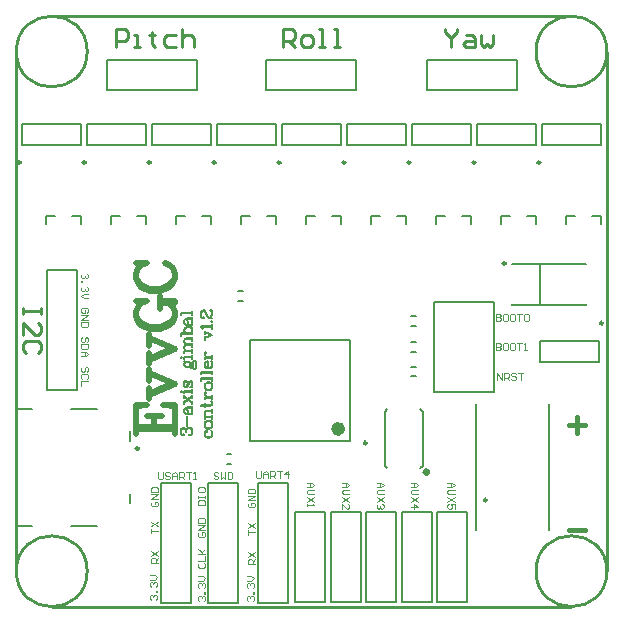
<source format=gto>
%FSLAX43Y43*%
%MOMM*%
G71*
G01*
G75*
G04 Layer_Color=65535*
%ADD10R,0.900X1.000*%
%ADD11R,2.500X2.000*%
%ADD12R,2.300X0.500*%
%ADD13R,2.600X2.200*%
%ADD14R,0.900X1.400*%
%ADD15R,1.100X1.400*%
%ADD16O,0.600X2.200*%
%ADD17R,0.600X1.300*%
%ADD18R,1.400X1.100*%
G04:AMPARAMS|DCode=19|XSize=1.7mm|YSize=2.2mm|CornerRadius=0.043mm|HoleSize=0mm|Usage=FLASHONLY|Rotation=90.000|XOffset=0mm|YOffset=0mm|HoleType=Round|Shape=RoundedRectangle|*
%AMROUNDEDRECTD19*
21,1,1.700,2.115,0,0,90.0*
21,1,1.615,2.200,0,0,90.0*
1,1,0.085,1.058,0.808*
1,1,0.085,1.058,-0.808*
1,1,0.085,-1.058,-0.808*
1,1,0.085,-1.058,0.808*
%
%ADD19ROUNDEDRECTD19*%
%ADD20O,1.800X0.300*%
%ADD21O,0.300X1.800*%
%ADD22R,1.400X0.900*%
%ADD23R,1.000X2.100*%
%ADD24R,5.400X6.200*%
%ADD25C,0.254*%
%ADD26C,0.500*%
%ADD27C,1.000*%
%ADD28C,2.000*%
%ADD29C,0.600*%
%ADD30R,1.500X1.500*%
%ADD31C,1.500*%
%ADD32R,3.000X3.000*%
%ADD33R,1.500X1.500*%
%ADD34C,1.524*%
%ADD35C,1.270*%
%ADD36C,1.100*%
%ADD37C,1.000*%
%ADD38R,1.000X0.900*%
%ADD39C,0.250*%
%ADD40C,0.600*%
%ADD41C,0.200*%
%ADD42C,0.100*%
%ADD43C,0.400*%
D25*
X6000Y3000D02*
G03*
X6000Y3000I-3000J0D01*
G01*
X50000D02*
G03*
X50000Y3000I-3000J0D01*
G01*
Y47000D02*
G03*
X50000Y47000I-3000J0D01*
G01*
X6000D02*
G03*
X6000Y47000I-3000J0D01*
G01*
X3000Y50000D02*
X47000D01*
X0Y3000D02*
Y47000D01*
X50000Y3000D02*
Y47000D01*
X3000Y0D02*
X47000D01*
X2124Y25300D02*
Y24792D01*
Y25046D01*
X600D01*
Y25300D01*
Y24792D01*
Y23015D02*
Y24030D01*
X1616Y23015D01*
X1870D01*
X2124Y23269D01*
Y23776D01*
X1870Y24030D01*
Y21491D02*
X2124Y21745D01*
Y22253D01*
X1870Y22507D01*
X854D01*
X600Y22253D01*
Y21745D01*
X854Y21491D01*
X36300Y48924D02*
Y48670D01*
X36808Y48162D01*
X37316Y48670D01*
Y48924D01*
X36808Y48162D02*
Y47400D01*
X38077Y48416D02*
X38585D01*
X38839Y48162D01*
Y47400D01*
X38077D01*
X37824Y47654D01*
X38077Y47908D01*
X38839D01*
X39347Y48416D02*
Y47654D01*
X39601Y47400D01*
X39855Y47654D01*
X40109Y47400D01*
X40363Y47654D01*
Y48416D01*
X22600Y47400D02*
Y48924D01*
X23362D01*
X23616Y48670D01*
Y48162D01*
X23362Y47908D01*
X22600D01*
X23108D02*
X23616Y47400D01*
X24377D02*
X24885D01*
X25139Y47654D01*
Y48162D01*
X24885Y48416D01*
X24377D01*
X24124Y48162D01*
Y47654D01*
X24377Y47400D01*
X25647D02*
X26155D01*
X25901D01*
Y48924D01*
X25647D01*
X26917Y47400D02*
X27424D01*
X27171D01*
Y48924D01*
X26917D01*
X8400Y47400D02*
Y48924D01*
X9162D01*
X9416Y48670D01*
Y48162D01*
X9162Y47908D01*
X8400D01*
X9924Y47400D02*
X10431D01*
X10177D01*
Y48416D01*
X9924D01*
X11447Y48670D02*
Y48416D01*
X11193D01*
X11701D01*
X11447D01*
Y47654D01*
X11701Y47400D01*
X13478Y48416D02*
X12717D01*
X12463Y48162D01*
Y47654D01*
X12717Y47400D01*
X13478D01*
X13986Y48924D02*
Y47400D01*
Y48162D01*
X14240Y48416D01*
X14748D01*
X15002Y48162D01*
Y47400D01*
D26*
X34800Y11400D02*
G03*
X34800Y11400I-100J0D01*
G01*
X10101Y15071D02*
X13400D01*
X10101Y15228D02*
X13400D01*
X11043Y16171D02*
X12300D01*
X10101Y14600D02*
Y17114D01*
X11043D01*
X10101Y16957D01*
X11672Y15228D02*
Y16171D01*
X13400Y14600D02*
Y17114D01*
X12457D01*
X13400Y16957D01*
X11200Y17884D02*
X13400Y18826D01*
X11200Y18041D02*
X13086Y18826D01*
X11200Y19769D02*
X13400Y18826D01*
X11200Y17569D02*
Y18512D01*
Y19140D02*
Y20083D01*
Y20853D02*
X13400Y21796D01*
X11200Y21010D02*
X13086Y21796D01*
X11200Y22738D02*
X13400Y21796D01*
X11200Y20539D02*
Y21481D01*
Y22110D02*
Y23052D01*
X10572Y25708D02*
X11043Y25865D01*
X10101D01*
X10572Y25708D01*
X10258Y25393D01*
X10101Y24922D01*
Y24608D01*
X10258Y24137D01*
X10572Y23822D01*
X10886Y23665D01*
X11358Y23508D01*
X12143D01*
X12614Y23665D01*
X12929Y23822D01*
X13243Y24137D01*
X13400Y24608D01*
Y24922D01*
X13243Y25393D01*
X12929Y25708D01*
X10101Y24608D02*
X10258Y24294D01*
X10572Y23979D01*
X10886Y23822D01*
X11358Y23665D01*
X12143D01*
X12614Y23822D01*
X12929Y23979D01*
X13243Y24294D01*
X13400Y24608D01*
X12143Y25708D02*
X13400D01*
X12143Y25865D02*
X13400D01*
X12143Y25236D02*
Y26336D01*
X10572Y28960D02*
X11043Y29117D01*
X10101D01*
X10572Y28960D01*
X10258Y28646D01*
X10101Y28174D01*
Y27860D01*
X10258Y27389D01*
X10572Y27074D01*
X10886Y26917D01*
X11358Y26760D01*
X12143D01*
X12614Y26917D01*
X12929Y27074D01*
X13243Y27389D01*
X13400Y27860D01*
Y28174D01*
X13243Y28646D01*
X12929Y28960D01*
X12614Y29117D01*
X10101Y27860D02*
X10258Y27546D01*
X10572Y27232D01*
X10886Y27074D01*
X11358Y26917D01*
X12143D01*
X12614Y27074D01*
X12929Y27232D01*
X13243Y27546D01*
X13400Y27860D01*
D39*
X10375Y13400D02*
G03*
X10375Y13400I-125J0D01*
G01*
X41425Y29050D02*
G03*
X41425Y29050I-125J0D01*
G01*
X44370Y37600D02*
G03*
X44370Y37600I-125J0D01*
G01*
X38870D02*
G03*
X38870Y37600I-125J0D01*
G01*
X33370D02*
G03*
X33370Y37600I-125J0D01*
G01*
X27870D02*
G03*
X27870Y37600I-125J0D01*
G01*
X5870D02*
G03*
X5870Y37600I-125J0D01*
G01*
X22370D02*
G03*
X22370Y37600I-125J0D01*
G01*
X370D02*
G03*
X370Y37600I-125J0D01*
G01*
X29675Y13850D02*
G03*
X29675Y13850I-125J0D01*
G01*
X16870Y37600D02*
G03*
X16870Y37600I-125J0D01*
G01*
X11370D02*
G03*
X11370Y37600I-125J0D01*
G01*
X49680Y24000D02*
G03*
X49680Y24000I-125J0D01*
G01*
X39840Y9025D02*
G03*
X39840Y9025I-125J0D01*
G01*
D40*
X27550Y15050D02*
G03*
X27550Y15050I-300J0D01*
G01*
D41*
X17800Y12900D02*
X18200D01*
X17800Y12100D02*
X18200D01*
X0Y6850D02*
Y16750D01*
Y6850D02*
X1300D01*
X4600D02*
X6800D01*
X4600Y16750D02*
X6800D01*
X0D02*
X1300D01*
X9600Y8750D02*
Y9550D01*
Y14050D02*
Y14850D01*
X41950Y25550D02*
Y25600D01*
Y29000D02*
Y29050D01*
X44300Y25550D02*
Y29050D01*
X48250Y25550D02*
Y25600D01*
Y29000D02*
Y29050D01*
X41950D02*
X48250D01*
X41950Y25550D02*
X48250D01*
X35630Y390D02*
Y8010D01*
Y390D02*
X38170D01*
Y8010D01*
X35630D02*
X38170D01*
X32630Y390D02*
Y8010D01*
Y390D02*
X35170D01*
Y8010D01*
X32630D02*
X35170D01*
X29630Y390D02*
Y8010D01*
Y390D02*
X32170D01*
Y8010D01*
X29630D02*
X32170D01*
X2630Y18330D02*
X5170D01*
X2630D02*
Y28490D01*
X5170Y18330D02*
Y28490D01*
X2630D02*
X5170D01*
X34750Y46270D02*
X42370D01*
X34750Y43730D02*
Y46270D01*
Y43730D02*
X42370D01*
Y46270D01*
X49500Y39100D02*
Y40900D01*
X44500Y39100D02*
Y40900D01*
X49500D01*
X44500Y39100D02*
X49500D01*
X48700Y33100D02*
X49500D01*
Y32400D02*
Y33100D01*
X46500D02*
X47300D01*
X46500Y32400D02*
Y33100D01*
X44000Y39100D02*
Y40900D01*
X39000Y39100D02*
Y40900D01*
X44000D01*
X39000Y39100D02*
X44000D01*
X43200Y33100D02*
X44000D01*
Y32400D02*
Y33100D01*
X41000D02*
X41800D01*
X41000Y32400D02*
Y33100D01*
X38500Y39100D02*
Y40900D01*
X33500Y39100D02*
Y40900D01*
X38500D01*
X33500Y39100D02*
X38500D01*
X37700Y33100D02*
X38500D01*
Y32400D02*
Y33100D01*
X35500D02*
X36300D01*
X35500Y32400D02*
Y33100D01*
X16230Y10470D02*
X18770D01*
Y310D02*
Y10470D01*
X16230Y310D02*
Y10470D01*
Y310D02*
X18770D01*
X33000Y39100D02*
Y40900D01*
X28000Y39100D02*
Y40900D01*
X33000D01*
X28000Y39100D02*
X33000D01*
X15700Y33100D02*
X16500D01*
Y32400D02*
Y33100D01*
X13500D02*
X14300D01*
X13500Y32400D02*
Y33100D01*
X32200D02*
X33000D01*
Y32400D02*
Y33100D01*
X30000D02*
X30800D01*
X30000Y32400D02*
Y33100D01*
X31200Y11900D02*
X31400Y11700D01*
X31200Y11900D02*
Y16500D01*
X31400Y16700D01*
X34200D02*
X34400Y16500D01*
Y11900D02*
Y16500D01*
X34200Y11700D02*
X34400Y11900D01*
X11000Y39100D02*
Y40900D01*
X6000Y39100D02*
Y40900D01*
X11000D01*
X6000Y39100D02*
X11000D01*
X27500D02*
Y40900D01*
X22500Y39100D02*
Y40900D01*
X27500D01*
X22500Y39100D02*
X27500D01*
X10200Y33100D02*
X11000D01*
Y32400D02*
Y33100D01*
X8000D02*
X8800D01*
X8000Y32400D02*
Y33100D01*
X26700D02*
X27500D01*
Y32400D02*
Y33100D01*
X24500D02*
X25300D01*
X24500Y32400D02*
Y33100D01*
X5500Y39100D02*
Y40900D01*
X500Y39100D02*
Y40900D01*
X5500D01*
X500Y39100D02*
X5500D01*
X4700Y33100D02*
X5500D01*
Y32400D02*
Y33100D01*
X2500D02*
X3300D01*
X2500Y32400D02*
Y33100D01*
X21200D02*
X22000D01*
Y32400D02*
Y33100D01*
X19000D02*
X19800D01*
X19000Y32400D02*
Y33100D01*
X33400Y24600D02*
X33800D01*
X33400Y23800D02*
X33800D01*
X18800Y26700D02*
X19200D01*
X18800Y25900D02*
X19200D01*
X28250Y14050D02*
X28250Y22550D01*
X19750Y14050D02*
Y22550D01*
Y14050D02*
X28250D01*
X19750Y22550D02*
X28250Y22550D01*
X21150Y46270D02*
X28770D01*
X21150Y43730D02*
Y46270D01*
Y43730D02*
X28770D01*
Y46270D01*
X7650D02*
X15270D01*
X7650Y43730D02*
Y46270D01*
Y43730D02*
X15270D01*
Y46270D01*
X22000Y39100D02*
Y40900D01*
X17000Y39100D02*
Y40900D01*
X22000D01*
X17000Y39100D02*
X22000D01*
X16500D02*
Y40900D01*
X11500Y39100D02*
Y40900D01*
X16500D01*
X11500Y39100D02*
X16500D01*
X35330Y18150D02*
Y23018D01*
Y18150D02*
Y25770D01*
X40410Y18150D02*
Y25770D01*
X35330D02*
X40410D01*
X35330Y18150D02*
X40410D01*
X33400Y20300D02*
X33800D01*
X33400Y19500D02*
X33800D01*
X33400Y22400D02*
X33800D01*
X33400Y21600D02*
X33800D01*
X20430Y310D02*
X22970D01*
X20430D02*
Y10470D01*
X22970Y310D02*
Y10470D01*
X20430D02*
X22970D01*
X23630Y8010D02*
X26170D01*
Y390D02*
Y8010D01*
X23630Y390D02*
X26170D01*
X23630D02*
Y8010D01*
X26630D02*
X29170D01*
Y390D02*
Y8010D01*
X26630Y390D02*
X29170D01*
X26630D02*
Y8010D01*
X12230Y310D02*
X14770D01*
X12230D02*
Y10470D01*
X14770Y310D02*
Y10470D01*
X12230D02*
X14770D01*
X44300Y22500D02*
X49300D01*
X44300Y20700D02*
X49300D01*
Y22500D01*
X44300Y20700D02*
Y22500D01*
X45085Y6475D02*
Y17175D01*
X38915Y6475D02*
Y17175D01*
X16076Y14871D02*
X16124Y14824D01*
X16172Y14871D01*
X16124Y14919D01*
X16076D01*
X15981Y14824D01*
X15933Y14728D01*
Y14586D01*
X15981Y14443D01*
X16076Y14348D01*
X16219Y14300D01*
X16314D01*
X16457Y14348D01*
X16552Y14443D01*
X16600Y14586D01*
Y14681D01*
X16552Y14824D01*
X16457Y14919D01*
X15933Y14586D02*
X15981Y14490D01*
X16076Y14395D01*
X16219Y14348D01*
X16314D01*
X16457Y14395D01*
X16552Y14490D01*
X16600Y14586D01*
X15933Y15357D02*
X15981Y15214D01*
X16076Y15119D01*
X16219Y15071D01*
X16314D01*
X16457Y15119D01*
X16552Y15214D01*
X16600Y15357D01*
Y15452D01*
X16552Y15595D01*
X16457Y15690D01*
X16314Y15738D01*
X16219D01*
X16076Y15690D01*
X15981Y15595D01*
X15933Y15452D01*
Y15357D01*
X15981Y15262D01*
X16076Y15166D01*
X16219Y15119D01*
X16314D01*
X16457Y15166D01*
X16552Y15262D01*
X16600Y15357D01*
Y15452D02*
X16552Y15547D01*
X16457Y15643D01*
X16314Y15690D01*
X16219D01*
X16076Y15643D01*
X15981Y15547D01*
X15933Y15452D01*
Y16028D02*
X16600D01*
X15933Y16076D02*
X16600D01*
X16076D02*
X15981Y16171D01*
X15933Y16314D01*
Y16409D01*
X15981Y16552D01*
X16076Y16600D01*
X16600D01*
X15933Y16409D02*
X15981Y16504D01*
X16076Y16552D01*
X16600D01*
X15933Y15885D02*
Y16076D01*
X16600Y15885D02*
Y16219D01*
Y16409D02*
Y16742D01*
Y17157D02*
X16552Y17109D01*
X16410Y17061D01*
X15600D01*
Y17014D01*
X16410D01*
X16552Y17061D01*
X16600Y17157D01*
Y17252D01*
X16552Y17347D01*
X16457Y17395D01*
X15933Y16871D02*
Y17252D01*
Y17699D02*
X16600D01*
X15933Y17747D02*
X16600D01*
X16219D02*
X16076Y17794D01*
X15981Y17890D01*
X15933Y17985D01*
Y18128D01*
X15981Y18175D01*
X16029D01*
X16076Y18128D01*
X16029Y18080D01*
X15981Y18128D01*
X15933Y17556D02*
Y17747D01*
X16600Y17556D02*
Y17890D01*
X15933Y18613D02*
X15981Y18471D01*
X16076Y18375D01*
X16219Y18328D01*
X16314D01*
X16457Y18375D01*
X16552Y18471D01*
X16600Y18613D01*
Y18709D01*
X16552Y18851D01*
X16457Y18947D01*
X16314Y18994D01*
X16219D01*
X16076Y18947D01*
X15981Y18851D01*
X15933Y18709D01*
Y18613D01*
X15981Y18518D01*
X16076Y18423D01*
X16219Y18375D01*
X16314D01*
X16457Y18423D01*
X16552Y18518D01*
X16600Y18613D01*
Y18709D02*
X16552Y18804D01*
X16457Y18899D01*
X16314Y18947D01*
X16219D01*
X16076Y18899D01*
X15981Y18804D01*
X15933Y18709D01*
X15600Y19285D02*
X16600D01*
X15600Y19332D02*
X16600D01*
X15600Y19142D02*
Y19332D01*
X16600Y19142D02*
Y19475D01*
X15600Y19799D02*
X16600D01*
X15600Y19846D02*
X16600D01*
X15600Y19656D02*
Y19846D01*
X16600Y19656D02*
Y19989D01*
X16219Y20218D02*
Y20789D01*
X16124D01*
X16029Y20741D01*
X15981Y20694D01*
X15933Y20599D01*
Y20456D01*
X15981Y20313D01*
X16076Y20218D01*
X16219Y20170D01*
X16314D01*
X16457Y20218D01*
X16552Y20313D01*
X16600Y20456D01*
Y20551D01*
X16552Y20694D01*
X16457Y20789D01*
X16219Y20741D02*
X16076D01*
X15981Y20694D01*
X15933Y20456D02*
X15981Y20361D01*
X16076Y20265D01*
X16219Y20218D01*
X16314D01*
X16457Y20265D01*
X16552Y20361D01*
X16600Y20456D01*
X15933Y21084D02*
X16600D01*
X15933Y21132D02*
X16600D01*
X16219D02*
X16076Y21179D01*
X15981Y21275D01*
X15933Y21370D01*
Y21513D01*
X15981Y21560D01*
X16029D01*
X16076Y21513D01*
X16029Y21465D01*
X15981Y21513D01*
X15933Y20941D02*
Y21132D01*
X16600Y20941D02*
Y21275D01*
X15933Y22708D02*
X16600Y22993D01*
X15933Y22755D02*
X16505Y22993D01*
X15933Y23279D02*
X16600Y22993D01*
X15933Y22612D02*
Y22898D01*
Y23089D02*
Y23374D01*
X15791Y23512D02*
X15743Y23608D01*
X15600Y23750D01*
X16600D01*
X15648Y23703D02*
X16600D01*
Y23512D02*
Y23941D01*
X16505Y24160D02*
X16552Y24112D01*
X16600Y24160D01*
X16552Y24207D01*
X16505Y24160D01*
X15791Y24460D02*
X15838Y24507D01*
X15886Y24460D01*
X15838Y24412D01*
X15791D01*
X15695Y24460D01*
X15648Y24507D01*
X15600Y24650D01*
Y24841D01*
X15648Y24983D01*
X15695Y25031D01*
X15791Y25079D01*
X15886D01*
X15981Y25031D01*
X16076Y24888D01*
X16172Y24650D01*
X16219Y24555D01*
X16314Y24460D01*
X16457Y24412D01*
X16600D01*
X15600Y24841D02*
X15648Y24936D01*
X15695Y24983D01*
X15791Y25031D01*
X15886D01*
X15981Y24983D01*
X16076Y24841D01*
X16172Y24650D01*
X16505Y24412D02*
X16457Y24460D01*
Y24555D01*
X16552Y24793D01*
Y24936D01*
X16505Y25031D01*
X16457Y25079D01*
X16362D01*
X16457Y24555D02*
X16600Y24793D01*
Y24983D01*
X16552Y25031D01*
X16457Y25079D01*
X14091Y14548D02*
X14138Y14595D01*
X14186Y14548D01*
X14138Y14500D01*
X14091D01*
X13995Y14548D01*
X13948Y14595D01*
X13900Y14738D01*
Y14928D01*
X13948Y15071D01*
X14043Y15119D01*
X14186D01*
X14281Y15071D01*
X14329Y14928D01*
Y14786D01*
X13900Y14928D02*
X13948Y15024D01*
X14043Y15071D01*
X14186D01*
X14281Y15024D01*
X14329Y14928D01*
X14376Y15024D01*
X14472Y15119D01*
X14567Y15167D01*
X14710D01*
X14805Y15119D01*
X14852Y15071D01*
X14900Y14928D01*
Y14738D01*
X14852Y14595D01*
X14805Y14548D01*
X14710Y14500D01*
X14662D01*
X14614Y14548D01*
X14662Y14595D01*
X14710Y14548D01*
X14424Y15071D02*
X14567Y15119D01*
X14710D01*
X14805Y15071D01*
X14852Y15024D01*
X14900Y14928D01*
X14472Y15314D02*
Y16171D01*
X14329Y16395D02*
X14376D01*
Y16347D01*
X14329D01*
X14281Y16395D01*
X14233Y16490D01*
Y16680D01*
X14281Y16776D01*
X14329Y16823D01*
X14424Y16871D01*
X14757D01*
X14852Y16919D01*
X14900Y16966D01*
X14329Y16823D02*
X14757D01*
X14852Y16871D01*
X14900Y16966D01*
Y17014D01*
X14424Y16823D02*
X14472Y16776D01*
X14519Y16490D01*
X14567Y16347D01*
X14662Y16300D01*
X14757D01*
X14852Y16347D01*
X14900Y16490D01*
Y16633D01*
X14852Y16728D01*
X14757Y16823D01*
X14519Y16490D02*
X14567Y16395D01*
X14662Y16347D01*
X14757D01*
X14852Y16395D01*
X14900Y16490D01*
X14233Y17252D02*
X14900Y17775D01*
X14233Y17299D02*
X14900Y17823D01*
X14233D02*
X14900Y17252D01*
X14233Y17157D02*
Y17442D01*
Y17633D02*
Y17918D01*
X14900Y17157D02*
Y17442D01*
Y17633D02*
Y17918D01*
X13900Y18199D02*
X13948Y18152D01*
X13995Y18199D01*
X13948Y18247D01*
X13900Y18199D01*
X14233D02*
X14900D01*
X14233Y18247D02*
X14900D01*
X14233Y18056D02*
Y18247D01*
X14900Y18056D02*
Y18390D01*
X14329Y19047D02*
X14233Y19094D01*
X14424D01*
X14329Y19047D01*
X14281Y18999D01*
X14233Y18904D01*
Y18713D01*
X14281Y18618D01*
X14329Y18571D01*
X14424D01*
X14472Y18618D01*
X14519Y18713D01*
X14614Y18951D01*
X14662Y19047D01*
X14710Y19094D01*
X14376Y18571D02*
X14424Y18618D01*
X14472Y18713D01*
X14567Y18951D01*
X14614Y19047D01*
X14662Y19094D01*
X14805D01*
X14852Y19047D01*
X14900Y18951D01*
Y18761D01*
X14852Y18666D01*
X14805Y18618D01*
X14710Y18571D01*
X14900D01*
X14805Y18618D01*
X14233Y20442D02*
X14281Y20346D01*
X14329Y20299D01*
X14424Y20251D01*
X14519D01*
X14614Y20299D01*
X14662Y20346D01*
X14710Y20442D01*
Y20537D01*
X14662Y20632D01*
X14614Y20680D01*
X14519Y20727D01*
X14424D01*
X14329Y20680D01*
X14281Y20632D01*
X14233Y20537D01*
Y20442D01*
X14281Y20346D02*
X14376Y20299D01*
X14567D01*
X14662Y20346D01*
Y20632D02*
X14567Y20680D01*
X14376D01*
X14281Y20632D01*
X14329Y20680D02*
X14281Y20727D01*
X14233Y20822D01*
X14281D01*
Y20727D01*
X14614Y20299D02*
X14662Y20251D01*
X14757Y20204D01*
X14805D01*
X14900Y20251D01*
X14948Y20394D01*
Y20632D01*
X14995Y20775D01*
X15043Y20822D01*
X14805Y20204D02*
X14852Y20251D01*
X14900Y20394D01*
Y20632D01*
X14948Y20775D01*
X15043Y20822D01*
X15090D01*
X15186Y20775D01*
X15233Y20632D01*
Y20346D01*
X15186Y20204D01*
X15090Y20156D01*
X15043D01*
X14948Y20204D01*
X14900Y20346D01*
X13900Y21113D02*
X13948Y21065D01*
X13995Y21113D01*
X13948Y21160D01*
X13900Y21113D01*
X14233D02*
X14900D01*
X14233Y21160D02*
X14900D01*
X14233Y20970D02*
Y21160D01*
X14900Y20970D02*
Y21303D01*
X14233Y21627D02*
X14900D01*
X14233Y21675D02*
X14900D01*
X14376D02*
X14281Y21770D01*
X14233Y21913D01*
Y22008D01*
X14281Y22151D01*
X14376Y22198D01*
X14900D01*
X14233Y22008D02*
X14281Y22103D01*
X14376Y22151D01*
X14900D01*
X14376Y22198D02*
X14281Y22294D01*
X14233Y22436D01*
Y22532D01*
X14281Y22674D01*
X14376Y22722D01*
X14900D01*
X14233Y22532D02*
X14281Y22627D01*
X14376Y22674D01*
X14900D01*
X14233Y21484D02*
Y21675D01*
X14900Y21484D02*
Y21817D01*
Y22008D02*
Y22341D01*
Y22532D02*
Y22865D01*
X13900Y23084D02*
X14900D01*
X13900Y23131D02*
X14900D01*
X14376D02*
X14281Y23227D01*
X14233Y23322D01*
Y23417D01*
X14281Y23560D01*
X14376Y23655D01*
X14519Y23703D01*
X14614D01*
X14757Y23655D01*
X14852Y23560D01*
X14900Y23417D01*
Y23322D01*
X14852Y23227D01*
X14757Y23131D01*
X14233Y23417D02*
X14281Y23512D01*
X14376Y23608D01*
X14519Y23655D01*
X14614D01*
X14757Y23608D01*
X14852Y23512D01*
X14900Y23417D01*
X13900Y22941D02*
Y23131D01*
X14329Y23936D02*
X14376D01*
Y23888D01*
X14329D01*
X14281Y23936D01*
X14233Y24031D01*
Y24222D01*
X14281Y24317D01*
X14329Y24365D01*
X14424Y24412D01*
X14757D01*
X14852Y24460D01*
X14900Y24507D01*
X14329Y24365D02*
X14757D01*
X14852Y24412D01*
X14900Y24507D01*
Y24555D01*
X14424Y24365D02*
X14472Y24317D01*
X14519Y24031D01*
X14567Y23888D01*
X14662Y23841D01*
X14757D01*
X14852Y23888D01*
X14900Y24031D01*
Y24174D01*
X14852Y24269D01*
X14757Y24365D01*
X14519Y24031D02*
X14567Y23936D01*
X14662Y23888D01*
X14757D01*
X14852Y23936D01*
X14900Y24031D01*
X13900Y24841D02*
X14900D01*
X13900Y24888D02*
X14900D01*
X13900Y24698D02*
Y24888D01*
X14900Y24698D02*
Y25031D01*
D42*
X6000Y19900D02*
X6100Y20000D01*
Y20200D01*
X6000Y20300D01*
X5900D01*
X5800Y20200D01*
Y20000D01*
X5700Y19900D01*
X5600D01*
X5500Y20000D01*
Y20200D01*
X5600Y20300D01*
X6000Y19300D02*
X6100Y19400D01*
Y19600D01*
X6000Y19700D01*
X5600D01*
X5500Y19600D01*
Y19400D01*
X5600Y19300D01*
X6100Y19100D02*
X5500D01*
Y18701D01*
X6000Y22400D02*
X6100Y22500D01*
Y22700D01*
X6000Y22800D01*
X5900D01*
X5800Y22700D01*
Y22500D01*
X5700Y22400D01*
X5600D01*
X5500Y22500D01*
Y22700D01*
X5600Y22800D01*
X6100Y22200D02*
X5500D01*
Y21900D01*
X5600Y21800D01*
X6000D01*
X6100Y21900D01*
Y22200D01*
X5500Y21600D02*
X5900D01*
X6100Y21400D01*
X5900Y21201D01*
X5500D01*
X5800D01*
Y21600D01*
X6000Y24900D02*
X6100Y25000D01*
Y25200D01*
X6000Y25300D01*
X5600D01*
X5500Y25200D01*
Y25000D01*
X5600Y24900D01*
X5800D01*
Y25100D01*
X5500Y24700D02*
X6100D01*
X5500Y24300D01*
X6100D01*
Y24100D02*
X5500D01*
Y23800D01*
X5600Y23701D01*
X6000D01*
X6100Y23800D01*
Y24100D01*
X6000Y28200D02*
X6100Y28100D01*
Y27900D01*
X6000Y27800D01*
X5900D01*
X5800Y27900D01*
Y28000D01*
Y27900D01*
X5700Y27800D01*
X5600D01*
X5500Y27900D01*
Y28100D01*
X5600Y28200D01*
X5500Y27600D02*
X5600D01*
Y27500D01*
X5500D01*
Y27600D01*
X6000Y27100D02*
X6100Y27000D01*
Y26800D01*
X6000Y26700D01*
X5900D01*
X5800Y26800D01*
Y26900D01*
Y26800D01*
X5700Y26700D01*
X5600D01*
X5500Y26800D01*
Y27000D01*
X5600Y27100D01*
X6100Y26501D02*
X5700D01*
X5500Y26301D01*
X5700Y26101D01*
X6100D01*
X15500Y6300D02*
X15400Y6200D01*
Y6000D01*
X15500Y5900D01*
X15900D01*
X16000Y6000D01*
Y6200D01*
X15900Y6300D01*
X15700D01*
Y6100D01*
X16000Y6500D02*
X15400D01*
X16000Y6900D01*
X15400D01*
Y7100D02*
X16000D01*
Y7400D01*
X15900Y7499D01*
X15500D01*
X15400Y7400D01*
Y7100D01*
Y8600D02*
X16000D01*
Y8900D01*
X15900Y9000D01*
X15500D01*
X15400Y8900D01*
Y8600D01*
Y9200D02*
Y9400D01*
Y9300D01*
X16000D01*
Y9200D01*
Y9400D01*
X15400Y10000D02*
Y9800D01*
X15500Y9700D01*
X15900D01*
X16000Y9800D01*
Y10000D01*
X15900Y10100D01*
X15500D01*
X15400Y10000D01*
X15500Y3700D02*
X15400Y3600D01*
Y3400D01*
X15500Y3300D01*
X15900D01*
X16000Y3400D01*
Y3600D01*
X15900Y3700D01*
X15400Y3900D02*
X16000D01*
Y4300D01*
X15400Y4500D02*
X16000D01*
X15800D01*
X15400Y4899D01*
X15700Y4600D01*
X16000Y4899D01*
X15500Y500D02*
X15400Y600D01*
Y800D01*
X15500Y900D01*
X15600D01*
X15700Y800D01*
Y700D01*
Y800D01*
X15800Y900D01*
X15900D01*
X16000Y800D01*
Y600D01*
X15900Y500D01*
X16000Y1100D02*
X15900D01*
Y1200D01*
X16000D01*
Y1100D01*
X15500Y1600D02*
X15400Y1700D01*
Y1900D01*
X15500Y2000D01*
X15600D01*
X15700Y1900D01*
Y1800D01*
Y1900D01*
X15800Y2000D01*
X15900D01*
X16000Y1900D01*
Y1700D01*
X15900Y1600D01*
X15400Y2199D02*
X15800D01*
X16000Y2399D01*
X15800Y2599D01*
X15400D01*
X19600Y6100D02*
Y6500D01*
Y6300D01*
X20200D01*
X19600Y6700D02*
X20200Y7100D01*
X19600D02*
X20200Y6700D01*
X19700Y8800D02*
X19600Y8700D01*
Y8500D01*
X19700Y8400D01*
X20100D01*
X20200Y8500D01*
Y8700D01*
X20100Y8800D01*
X19900D01*
Y8600D01*
X20200Y9000D02*
X19600D01*
X20200Y9400D01*
X19600D01*
Y9600D02*
X20200D01*
Y9900D01*
X20100Y9999D01*
X19700D01*
X19600Y9900D01*
Y9600D01*
X20200Y3600D02*
X19600D01*
Y3900D01*
X19700Y4000D01*
X19900D01*
X20000Y3900D01*
Y3600D01*
Y3800D02*
X20200Y4000D01*
X19600Y4200D02*
X20200Y4600D01*
X19600D02*
X20200Y4200D01*
X19600Y500D02*
X19500Y600D01*
Y800D01*
X19600Y900D01*
X19700D01*
X19800Y800D01*
Y700D01*
Y800D01*
X19900Y900D01*
X20000D01*
X20100Y800D01*
Y600D01*
X20000Y500D01*
X20100Y1100D02*
X20000D01*
Y1200D01*
X20100D01*
Y1100D01*
X19600Y1600D02*
X19500Y1700D01*
Y1900D01*
X19600Y2000D01*
X19700D01*
X19800Y1900D01*
Y1800D01*
Y1900D01*
X19900Y2000D01*
X20000D01*
X20100Y1900D01*
Y1700D01*
X20000Y1600D01*
X19500Y2199D02*
X19900D01*
X20100Y2399D01*
X19900Y2599D01*
X19500D01*
X17100Y11300D02*
X17000Y11400D01*
X16800D01*
X16700Y11300D01*
Y11200D01*
X16800Y11100D01*
X17000D01*
X17100Y11000D01*
Y10900D01*
X17000Y10800D01*
X16800D01*
X16700Y10900D01*
X17300Y11400D02*
Y10800D01*
X17500Y11000D01*
X17700Y10800D01*
Y11400D01*
X17900D02*
Y10800D01*
X18200D01*
X18299Y10900D01*
Y11300D01*
X18200Y11400D01*
X17900D01*
X20300Y11500D02*
Y11000D01*
X20400Y10900D01*
X20600D01*
X20700Y11000D01*
Y11500D01*
X20900Y10900D02*
Y11300D01*
X21100Y11500D01*
X21300Y11300D01*
Y10900D01*
Y11200D01*
X20900D01*
X21500Y10900D02*
Y11500D01*
X21800D01*
X21899Y11400D01*
Y11200D01*
X21800Y11100D01*
X21500D01*
X21700D02*
X21899Y10900D01*
X22099Y11500D02*
X22499D01*
X22299D01*
Y10900D01*
X22999D02*
Y11500D01*
X22699Y11200D01*
X23099D01*
X11400Y600D02*
X11300Y700D01*
Y900D01*
X11400Y1000D01*
X11500D01*
X11600Y900D01*
Y800D01*
Y900D01*
X11700Y1000D01*
X11800D01*
X11900Y900D01*
Y700D01*
X11800Y600D01*
X11900Y1200D02*
X11800D01*
Y1300D01*
X11900D01*
Y1200D01*
X11400Y1700D02*
X11300Y1800D01*
Y2000D01*
X11400Y2100D01*
X11500D01*
X11600Y2000D01*
Y1900D01*
Y2000D01*
X11700Y2100D01*
X11800D01*
X11900Y2000D01*
Y1800D01*
X11800Y1700D01*
X11300Y2299D02*
X11700D01*
X11900Y2499D01*
X11700Y2699D01*
X11300D01*
X12000Y3700D02*
X11400D01*
Y4000D01*
X11500Y4100D01*
X11700D01*
X11800Y4000D01*
Y3700D01*
Y3900D02*
X12000Y4100D01*
X11400Y4300D02*
X12000Y4700D01*
X11400D02*
X12000Y4300D01*
X11500Y8900D02*
X11400Y8800D01*
Y8600D01*
X11500Y8500D01*
X11900D01*
X12000Y8600D01*
Y8800D01*
X11900Y8900D01*
X11700D01*
Y8700D01*
X12000Y9100D02*
X11400D01*
X12000Y9500D01*
X11400D01*
Y9700D02*
X12000D01*
Y10000D01*
X11900Y10099D01*
X11500D01*
X11400Y10000D01*
Y9700D01*
Y6200D02*
Y6600D01*
Y6400D01*
X12000D01*
X11400Y6800D02*
X12000Y7200D01*
X11400D02*
X12000Y6800D01*
X12000Y11400D02*
Y10900D01*
X12100Y10800D01*
X12300D01*
X12400Y10900D01*
Y11400D01*
X13000Y11300D02*
X12900Y11400D01*
X12700D01*
X12600Y11300D01*
Y11200D01*
X12700Y11100D01*
X12900D01*
X13000Y11000D01*
Y10900D01*
X12900Y10800D01*
X12700D01*
X12600Y10900D01*
X13200Y10800D02*
Y11200D01*
X13400Y11400D01*
X13599Y11200D01*
Y10800D01*
Y11100D01*
X13200D01*
X13799Y10800D02*
Y11400D01*
X14099D01*
X14199Y11300D01*
Y11100D01*
X14099Y11000D01*
X13799D01*
X13999D02*
X14199Y10800D01*
X14399Y11400D02*
X14799D01*
X14599D01*
Y10800D01*
X14999D02*
X15199D01*
X15099D01*
Y11400D01*
X14999Y11300D01*
X24600Y10500D02*
X25000D01*
X25200Y10300D01*
X25000Y10100D01*
X24600D01*
X24900D01*
Y10500D01*
X25200Y9900D02*
X24700D01*
X24600Y9800D01*
Y9600D01*
X24700Y9500D01*
X25200D01*
Y9300D02*
X24600Y8901D01*
X25200D02*
X24600Y9300D01*
Y8701D02*
Y8501D01*
Y8601D01*
X25200D01*
X25100Y8701D01*
X27600Y10500D02*
X28000D01*
X28200Y10300D01*
X28000Y10100D01*
X27600D01*
X27900D01*
Y10500D01*
X28200Y9900D02*
X27700D01*
X27600Y9800D01*
Y9600D01*
X27700Y9500D01*
X28200D01*
Y9300D02*
X27600Y8901D01*
X28200D02*
X27600Y9300D01*
Y8301D02*
Y8701D01*
X28000Y8301D01*
X28100D01*
X28200Y8401D01*
Y8601D01*
X28100Y8701D01*
X30500Y10500D02*
X30900D01*
X31100Y10300D01*
X30900Y10100D01*
X30500D01*
X30800D01*
Y10500D01*
X31100Y9900D02*
X30600D01*
X30500Y9800D01*
Y9600D01*
X30600Y9500D01*
X31100D01*
Y9300D02*
X30500Y8901D01*
X31100D02*
X30500Y9300D01*
X31000Y8701D02*
X31100Y8601D01*
Y8401D01*
X31000Y8301D01*
X30900D01*
X30800Y8401D01*
Y8501D01*
Y8401D01*
X30700Y8301D01*
X30600D01*
X30500Y8401D01*
Y8601D01*
X30600Y8701D01*
X33400Y10500D02*
X33800D01*
X34000Y10300D01*
X33800Y10100D01*
X33400D01*
X33700D01*
Y10500D01*
X34000Y9900D02*
X33500D01*
X33400Y9800D01*
Y9600D01*
X33500Y9500D01*
X34000D01*
Y9300D02*
X33400Y8901D01*
X34000D02*
X33400Y9300D01*
Y8401D02*
X34000D01*
X33700Y8701D01*
Y8301D01*
X36500Y10500D02*
X36900D01*
X37100Y10300D01*
X36900Y10100D01*
X36500D01*
X36800D01*
Y10500D01*
X37100Y9900D02*
X36600D01*
X36500Y9800D01*
Y9600D01*
X36600Y9500D01*
X37100D01*
Y9300D02*
X36500Y8901D01*
X37100D02*
X36500Y9300D01*
X37100Y8301D02*
Y8701D01*
X36800D01*
X36900Y8501D01*
Y8401D01*
X36800Y8301D01*
X36600D01*
X36500Y8401D01*
Y8601D01*
X36600Y8701D01*
X40600Y24800D02*
Y24200D01*
X40900D01*
X41000Y24300D01*
Y24400D01*
X40900Y24500D01*
X40600D01*
X40900D01*
X41000Y24600D01*
Y24700D01*
X40900Y24800D01*
X40600D01*
X41500D02*
X41300D01*
X41200Y24700D01*
Y24300D01*
X41300Y24200D01*
X41500D01*
X41600Y24300D01*
Y24700D01*
X41500Y24800D01*
X42100D02*
X41900D01*
X41800Y24700D01*
Y24300D01*
X41900Y24200D01*
X42100D01*
X42199Y24300D01*
Y24700D01*
X42100Y24800D01*
X42399D02*
X42799D01*
X42599D01*
Y24200D01*
X42999Y24700D02*
X43099Y24800D01*
X43299D01*
X43399Y24700D01*
Y24300D01*
X43299Y24200D01*
X43099D01*
X42999Y24300D01*
Y24700D01*
X40600Y22300D02*
Y21700D01*
X40900D01*
X41000Y21800D01*
Y21900D01*
X40900Y22000D01*
X40600D01*
X40900D01*
X41000Y22100D01*
Y22200D01*
X40900Y22300D01*
X40600D01*
X41500D02*
X41300D01*
X41200Y22200D01*
Y21800D01*
X41300Y21700D01*
X41500D01*
X41600Y21800D01*
Y22200D01*
X41500Y22300D01*
X42100D02*
X41900D01*
X41800Y22200D01*
Y21800D01*
X41900Y21700D01*
X42100D01*
X42199Y21800D01*
Y22200D01*
X42100Y22300D01*
X42399D02*
X42799D01*
X42599D01*
Y21700D01*
X42999D02*
X43199D01*
X43099D01*
Y22300D01*
X42999Y22200D01*
X40700Y19200D02*
Y19800D01*
X41100Y19200D01*
Y19800D01*
X41300Y19200D02*
Y19800D01*
X41600D01*
X41700Y19700D01*
Y19500D01*
X41600Y19400D01*
X41300D01*
X41500D02*
X41700Y19200D01*
X42299Y19700D02*
X42200Y19800D01*
X42000D01*
X41900Y19700D01*
Y19600D01*
X42000Y19500D01*
X42200D01*
X42299Y19400D01*
Y19300D01*
X42200Y19200D01*
X42000D01*
X41900Y19300D01*
X42499Y19800D02*
X42899D01*
X42699D01*
Y19200D01*
D43*
X46800Y6500D02*
X48133D01*
X46800Y15400D02*
X48133D01*
X47466Y16066D02*
Y14733D01*
M02*

</source>
